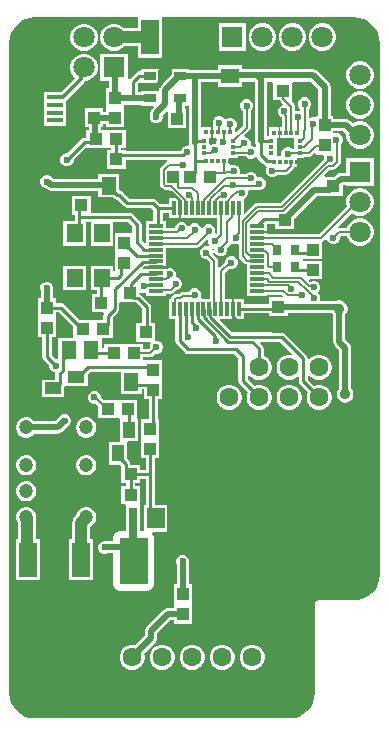
<source format=gtl>
G04*
G04 #@! TF.GenerationSoftware,Altium Limited,Altium Designer,22.9.1 (49)*
G04*
G04 Layer_Physical_Order=1*
G04 Layer_Color=255*
%FSLAX44Y44*%
%MOMM*%
G71*
G04*
G04 #@! TF.SameCoordinates,7A88E338-F056-4336-BEC6-008BA3D2BE7B*
G04*
G04*
G04 #@! TF.FilePolarity,Positive*
G04*
G01*
G75*
%ADD10C,0.2000*%
%ADD14C,0.1500*%
%ADD43C,0.7000*%
%ADD55R,1.3000X1.5000*%
%ADD56R,1.1000X1.0000*%
%ADD57R,1.0000X1.4000*%
%ADD58R,1.4000X1.0000*%
%ADD59R,1.0000X1.1000*%
%ADD60R,1.4000X1.6000*%
%ADD61R,0.3000X1.2000*%
%ADD62R,1.2000X0.3000*%
%ADD63R,0.3500X0.4500*%
%ADD64R,0.4500X0.3500*%
%ADD65R,0.8000X0.9000*%
%ADD66R,1.5000X3.0000*%
%ADD67R,1.5000X1.3000*%
%ADD68R,1.0500X1.1000*%
%ADD69R,1.1000X1.0500*%
%ADD70R,1.0000X0.7000*%
%ADD71R,1.5500X1.4250*%
%ADD72R,1.3800X0.4500*%
%ADD73R,1.3000X1.6500*%
%ADD74R,1.9000X1.8000*%
%ADD75R,1.9000X1.0000*%
%ADD76R,1.5000X1.8000*%
%ADD77R,0.7000X1.8000*%
%ADD78C,0.2540*%
%ADD79C,0.5000*%
%ADD80C,0.1540*%
%ADD81C,1.0000*%
%ADD82C,0.3500*%
%ADD83C,0.1510*%
%ADD84C,0.2500*%
%ADD85R,2.4000X4.0000*%
%ADD86C,1.8000*%
%ADD87R,1.8000X1.8000*%
%ADD88R,1.8000X1.8000*%
%ADD89C,1.2000*%
%ADD90C,1.6000*%
%ADD91R,1.6000X1.6000*%
%ADD92C,0.6000*%
%ADD93C,1.2700*%
%ADD94C,2.0000*%
%ADD95C,0.9000*%
G36*
X299280Y596517D02*
X303396Y595269D01*
X307188Y593241D01*
X310513Y590513D01*
X313241Y587188D01*
X315269Y583396D01*
X316517Y579280D01*
X316926Y575129D01*
X316900Y575000D01*
Y125000D01*
X316926Y124871D01*
X316517Y120720D01*
X315269Y116604D01*
X313241Y112812D01*
X310513Y109487D01*
X307188Y106759D01*
X303396Y104731D01*
X299280Y103483D01*
X295128Y103074D01*
X295000Y103100D01*
X265000D01*
X263814Y102864D01*
X262808Y102192D01*
X262136Y101186D01*
X261900Y100000D01*
Y25000D01*
X261926Y24872D01*
X261517Y20720D01*
X260269Y16604D01*
X258241Y12812D01*
X255513Y9487D01*
X252188Y6759D01*
X248396Y4731D01*
X244280Y3483D01*
X241245Y3184D01*
X240000Y3100D01*
X240000Y3100D01*
X238750Y3100D01*
X26259D01*
X25000Y3100D01*
X23765Y3183D01*
X20720Y3483D01*
X16604Y4731D01*
X12812Y6759D01*
X9487Y9487D01*
X6759Y12812D01*
X4731Y16604D01*
X3483Y20720D01*
X3184Y23754D01*
X3100Y25000D01*
X3100Y25000D01*
X3100Y26250D01*
Y573741D01*
X3100Y575000D01*
X3183Y576235D01*
X3483Y579280D01*
X4731Y583396D01*
X6759Y587188D01*
X9487Y590513D01*
X12812Y593241D01*
X16604Y595269D01*
X20720Y596517D01*
X23765Y596817D01*
X25000Y596900D01*
Y596900D01*
X25000Y596900D01*
X112460D01*
Y587455D01*
X100265D01*
X98786Y588934D01*
X96154Y590454D01*
X93219Y591240D01*
X90181D01*
X87246Y590454D01*
X84614Y588934D01*
X82466Y586786D01*
X80946Y584154D01*
X80160Y581219D01*
Y578181D01*
X80946Y575246D01*
X82466Y572614D01*
X84614Y570466D01*
X87246Y568946D01*
X90181Y568160D01*
X93219D01*
X96154Y568946D01*
X98786Y570466D01*
X100565Y572245D01*
X112460D01*
Y562460D01*
X132540D01*
Y596900D01*
X295000D01*
X295129Y596926D01*
X299280Y596517D01*
D02*
G37*
%LPC*%
G36*
X269619Y591540D02*
X266581D01*
X263646Y590754D01*
X261014Y589234D01*
X258866Y587086D01*
X257346Y584454D01*
X256560Y581519D01*
Y578481D01*
X257346Y575546D01*
X258866Y572914D01*
X261014Y570766D01*
X263646Y569247D01*
X266581Y568460D01*
X269619D01*
X272554Y569247D01*
X275186Y570766D01*
X277334Y572914D01*
X278853Y575546D01*
X279640Y578481D01*
Y581519D01*
X278853Y584454D01*
X277334Y587086D01*
X275186Y589234D01*
X272554Y590754D01*
X269619Y591540D01*
D02*
G37*
G36*
X244219D02*
X241181D01*
X238246Y590754D01*
X235614Y589234D01*
X233466Y587086D01*
X231946Y584454D01*
X231160Y581519D01*
Y578481D01*
X231946Y575546D01*
X233466Y572914D01*
X235614Y570766D01*
X238246Y569247D01*
X241181Y568460D01*
X244219D01*
X247154Y569247D01*
X249786Y570766D01*
X251934Y572914D01*
X253454Y575546D01*
X254240Y578481D01*
Y581519D01*
X253454Y584454D01*
X251934Y587086D01*
X249786Y589234D01*
X247154Y590754D01*
X244219Y591540D01*
D02*
G37*
G36*
X218819D02*
X215781D01*
X212846Y590754D01*
X210214Y589234D01*
X208066Y587086D01*
X206546Y584454D01*
X205760Y581519D01*
Y578481D01*
X206546Y575546D01*
X208066Y572914D01*
X210214Y570766D01*
X212846Y569247D01*
X215781Y568460D01*
X218819D01*
X221754Y569247D01*
X224386Y570766D01*
X226534Y572914D01*
X228053Y575546D01*
X228840Y578481D01*
Y581519D01*
X228053Y584454D01*
X226534Y587086D01*
X224386Y589234D01*
X221754Y590754D01*
X218819Y591540D01*
D02*
G37*
G36*
X203440D02*
X180360D01*
Y568460D01*
X203440D01*
Y591540D01*
D02*
G37*
G36*
X67819Y591240D02*
X64781D01*
X61846Y590454D01*
X59214Y588934D01*
X57066Y586786D01*
X55546Y584154D01*
X54760Y581219D01*
Y578181D01*
X55546Y575246D01*
X57066Y572614D01*
X59214Y570466D01*
X61846Y568946D01*
X64781Y568160D01*
X67819D01*
X70754Y568946D01*
X73386Y570466D01*
X75534Y572614D01*
X77053Y575246D01*
X77840Y578181D01*
Y581219D01*
X77053Y584154D01*
X75534Y586786D01*
X73386Y588934D01*
X70754Y590454D01*
X67819Y591240D01*
D02*
G37*
G36*
X301519Y559440D02*
X298481D01*
X295546Y558653D01*
X292914Y557134D01*
X290766Y554986D01*
X289247Y552354D01*
X288460Y549419D01*
Y546381D01*
X289247Y543446D01*
X290766Y540814D01*
X292914Y538666D01*
X295546Y537146D01*
X298481Y536360D01*
X301519D01*
X304454Y537146D01*
X307086Y538666D01*
X309234Y540814D01*
X310754Y543446D01*
X311540Y546381D01*
Y549419D01*
X310754Y552354D01*
X309234Y554986D01*
X307086Y557134D01*
X304454Y558653D01*
X301519Y559440D01*
D02*
G37*
G36*
X103240Y565840D02*
X80160D01*
Y542760D01*
X87361D01*
Y536540D01*
X84960D01*
Y520810D01*
X84960Y520460D01*
Y519540D01*
X84960Y519190D01*
Y516639D01*
X82790D01*
Y519540D01*
X67210D01*
Y503460D01*
X70611D01*
Y501540D01*
X68460D01*
Y494731D01*
X66846D01*
X65359Y494435D01*
X64099Y493593D01*
X52046Y481540D01*
X50898D01*
X48862Y480697D01*
X47303Y479138D01*
X46460Y477102D01*
Y474898D01*
X47303Y472862D01*
X48862Y471303D01*
X50898Y470460D01*
X53102D01*
X55138Y471303D01*
X56697Y472862D01*
X57540Y474898D01*
Y476046D01*
X67414Y485920D01*
X68460Y486460D01*
X84190D01*
X84540Y486460D01*
X85460D01*
X85810Y486460D01*
X89615D01*
Y484290D01*
X85460D01*
Y468710D01*
X101540D01*
Y476115D01*
X136255D01*
X136640Y474845D01*
X135932Y474372D01*
X131368Y469808D01*
X130641Y468720D01*
X130386Y467436D01*
Y455564D01*
X130641Y454280D01*
X131368Y453192D01*
X132692Y451868D01*
X133780Y451141D01*
X135064Y450886D01*
X138322D01*
X144495Y444713D01*
X144009Y443540D01*
X138460D01*
Y438885D01*
X130609D01*
X127353Y442141D01*
X126092Y442983D01*
X124606Y443279D01*
X104783D01*
X99045Y449017D01*
X97785Y449859D01*
X96299Y450155D01*
X96290D01*
Y464290D01*
X78210D01*
Y460139D01*
X40565D01*
X39570Y461134D01*
X38458Y461876D01*
X38138Y462197D01*
X36102Y463040D01*
X33898D01*
X31862Y462197D01*
X30303Y460638D01*
X29460Y458602D01*
Y456398D01*
X30303Y454362D01*
X31862Y452803D01*
X33898Y451960D01*
X34209D01*
X34802Y451367D01*
X36470Y450253D01*
X38436Y449861D01*
X78210D01*
Y444210D01*
X90796D01*
X91483Y443523D01*
X92743Y442681D01*
X94230Y442385D01*
X94689D01*
X100427Y436648D01*
X101687Y435806D01*
X103174Y435510D01*
X122997D01*
X125115Y433391D01*
Y424040D01*
X118960D01*
Y415960D01*
Y405693D01*
X117787Y405207D01*
X115135Y407859D01*
Y421250D01*
X114839Y422737D01*
X113997Y423997D01*
X107747Y430247D01*
X106487Y431089D01*
X105000Y431385D01*
X72040D01*
Y445290D01*
X55960D01*
Y429710D01*
X58615D01*
Y424540D01*
X48960D01*
Y403460D01*
X68040D01*
Y423615D01*
X71960D01*
Y403460D01*
X91040D01*
Y423615D01*
X103391D01*
X107365Y419641D01*
Y414040D01*
X92460D01*
Y398310D01*
X92460Y397960D01*
X92460D01*
Y397040D01*
X92460D01*
Y381883D01*
X91239Y380841D01*
X91040Y380883D01*
Y386540D01*
X71960D01*
Y365460D01*
X77115D01*
Y362790D01*
X72960D01*
Y347210D01*
X82611D01*
X83290Y345940D01*
X83141Y345716D01*
X82845Y344230D01*
Y340540D01*
X74810D01*
X74460Y340540D01*
X73540D01*
X73190Y340540D01*
X62954D01*
X49747Y353747D01*
X48487Y354589D01*
X47000Y354884D01*
X42540D01*
Y359040D01*
X40139D01*
Y365429D01*
X40540Y366398D01*
Y368602D01*
X39697Y370638D01*
X38138Y372197D01*
X36102Y373040D01*
X33898D01*
X31862Y372197D01*
X30303Y370638D01*
X29460Y368602D01*
Y366398D01*
X29861Y365429D01*
Y359040D01*
X27460D01*
Y343310D01*
X27460Y342960D01*
Y342040D01*
X27460Y341690D01*
Y325960D01*
X31115D01*
Y309269D01*
X31411Y307783D01*
X32253Y306522D01*
X36960Y301815D01*
Y300667D01*
X37803Y298631D01*
X39362Y297073D01*
X40982Y296402D01*
X41398Y296229D01*
X41891Y294959D01*
X41845Y294730D01*
Y290040D01*
X30460D01*
Y274960D01*
X49540D01*
Y283615D01*
X50460Y284460D01*
X69540D01*
Y294567D01*
X71675Y296702D01*
X97460D01*
Y277960D01*
X115540D01*
Y281845D01*
X117460D01*
Y273460D01*
X121115D01*
Y256540D01*
X114960D01*
Y240810D01*
X114960Y240460D01*
Y239540D01*
X114960Y239190D01*
Y223460D01*
X118616D01*
Y213884D01*
X114040D01*
Y217790D01*
X105655D01*
Y218730D01*
X105359Y220217D01*
X104517Y221477D01*
X102540Y223454D01*
Y236690D01*
X102540Y237040D01*
X103385Y237960D01*
X112040D01*
Y257040D01*
X112040D01*
X111540Y257460D01*
Y272540D01*
X95810D01*
X95460Y272540D01*
X94540D01*
X94190Y272540D01*
X83204D01*
X80580Y275164D01*
Y276102D01*
X79737Y278138D01*
X78178Y279697D01*
X76142Y280540D01*
X73938D01*
X71902Y279697D01*
X70343Y278138D01*
X69500Y276102D01*
Y273898D01*
X70343Y271862D01*
X71902Y270303D01*
X73938Y269460D01*
X76142D01*
X76604Y269652D01*
X78460Y267796D01*
Y257460D01*
X94190D01*
X94540Y257460D01*
X95460D01*
X95864Y257460D01*
X96960Y257040D01*
Y238310D01*
X96960Y237960D01*
X96115Y237040D01*
X87460D01*
Y217960D01*
X97046D01*
X97885Y217121D01*
Y213980D01*
X97960Y213604D01*
Y202210D01*
X102115D01*
Y200040D01*
X97960D01*
Y184960D01*
X101115D01*
X101960Y184040D01*
Y164845D01*
X101842Y164250D01*
Y161598D01*
X96375D01*
X94424Y161210D01*
X92770Y160105D01*
X91665Y158451D01*
X91277Y156500D01*
Y153139D01*
X86071D01*
X85102Y153540D01*
X82898D01*
X80862Y152697D01*
X79303Y151138D01*
X78460Y149102D01*
Y146898D01*
X79303Y144862D01*
X80862Y143303D01*
X82898Y142460D01*
X85102D01*
X86071Y142861D01*
X91277D01*
Y116500D01*
X91665Y114549D01*
X92770Y112895D01*
X94424Y111790D01*
X96375Y111402D01*
X120375D01*
X122326Y111790D01*
X123980Y112895D01*
X125085Y114549D01*
X125473Y116500D01*
Y156500D01*
X125085Y158451D01*
X124257Y159690D01*
X124812Y160960D01*
X137040D01*
Y184040D01*
X126385D01*
Y210000D01*
Y223460D01*
X130040D01*
Y239190D01*
X130040Y239540D01*
Y240460D01*
X130040Y240810D01*
Y256540D01*
X128885D01*
Y273460D01*
X132540D01*
Y289190D01*
X132540Y289540D01*
X132540D01*
Y290460D01*
X132540D01*
Y306540D01*
X117810D01*
X117460Y306540D01*
X116540Y307385D01*
Y309074D01*
X122429D01*
X123712Y309329D01*
X124801Y310057D01*
X126704Y311960D01*
X128602D01*
X130638Y312803D01*
X132197Y314362D01*
X133040Y316398D01*
Y318602D01*
X132197Y320638D01*
X130638Y322197D01*
X128602Y323040D01*
X126540D01*
Y337790D01*
X123405D01*
Y351480D01*
X123109Y352967D01*
X122267Y354227D01*
X114477Y362017D01*
X113292Y362809D01*
X113217Y363216D01*
X113217Y363412D01*
X113484Y363675D01*
X114489Y364151D01*
X116158Y363460D01*
X118362D01*
X118960Y363060D01*
Y360960D01*
X136040D01*
Y362646D01*
X140000D01*
X141284Y362901D01*
X142372Y363628D01*
X144204Y365460D01*
X145102D01*
X147138Y366303D01*
X148697Y367862D01*
X149540Y369898D01*
Y372102D01*
X148697Y374138D01*
X147138Y375697D01*
X145102Y376540D01*
X144408Y377579D01*
X144540Y377898D01*
Y380102D01*
X143697Y382138D01*
X142138Y383697D01*
X140102Y384540D01*
X137898D01*
X136289Y383874D01*
X136040Y384040D01*
Y384040D01*
X118960D01*
Y383655D01*
X116932D01*
X116446Y384828D01*
X117579Y385961D01*
X118960D01*
Y385960D01*
X136040D01*
Y390960D01*
Y401646D01*
X161871D01*
X163155Y401901D01*
X164243Y402628D01*
X170346Y408731D01*
X171311Y408186D01*
X171460Y408049D01*
Y405898D01*
X172276Y403928D01*
X172161Y403689D01*
X171490Y402879D01*
X171102Y403040D01*
X168898D01*
X166862Y402197D01*
X165303Y400638D01*
X164460Y398602D01*
Y396398D01*
X165303Y394362D01*
X166862Y392803D01*
X168898Y391960D01*
X170796D01*
X173396Y389360D01*
Y358540D01*
X165938D01*
X165089Y359810D01*
X165540Y360898D01*
Y363102D01*
X164697Y365138D01*
X163138Y366697D01*
X161102Y367540D01*
X158898D01*
X156862Y366697D01*
X155303Y365138D01*
X155036Y364493D01*
X150139D01*
X148855Y364238D01*
X147767Y363511D01*
X146610Y362354D01*
X144129D01*
X142845Y362099D01*
X141756Y361372D01*
X140878Y360493D01*
X140151Y359405D01*
X139979Y358540D01*
X138460D01*
Y341460D01*
X143615D01*
Y322500D01*
X143911Y321013D01*
X144753Y319753D01*
X151644Y312862D01*
X152904Y312020D01*
X154391Y311724D01*
X193770D01*
X197125Y308369D01*
Y291079D01*
X197062Y290758D01*
Y288654D01*
X197357Y287167D01*
X198199Y285907D01*
X204873Y279233D01*
X204778Y279068D01*
X204060Y276388D01*
Y273612D01*
X204778Y270932D01*
X206166Y268528D01*
X208128Y266566D01*
X210532Y265178D01*
X213212Y264460D01*
X215988D01*
X218668Y265178D01*
X221072Y266566D01*
X223034Y268528D01*
X224422Y270932D01*
X225140Y273612D01*
Y276388D01*
X224422Y279068D01*
X223034Y281472D01*
X221072Y283434D01*
X218668Y284822D01*
X215988Y285540D01*
X213212D01*
X210532Y284822D01*
X210367Y284727D01*
X204831Y290263D01*
Y290501D01*
X204895Y290822D01*
Y293677D01*
X206121Y294005D01*
X206166Y293928D01*
X208128Y291966D01*
X210532Y290578D01*
X213212Y289860D01*
X215988D01*
X218668Y290578D01*
X221072Y291966D01*
X223034Y293928D01*
X224422Y296332D01*
X225140Y299012D01*
Y301787D01*
X224422Y304468D01*
X223034Y306872D01*
X221072Y308834D01*
X218668Y310222D01*
X218485Y310271D01*
Y316400D01*
X218189Y317887D01*
X217347Y319147D01*
X215442Y321052D01*
X215928Y322225D01*
X232281D01*
X242568Y311938D01*
X241910Y310800D01*
X241388Y310940D01*
X238612D01*
X235932Y310222D01*
X233528Y308834D01*
X231566Y306872D01*
X230178Y304468D01*
X229460Y301787D01*
Y299012D01*
X230178Y296332D01*
X231566Y293928D01*
X233528Y291966D01*
X235932Y290578D01*
X238612Y289860D01*
X241388D01*
X244068Y290578D01*
X246472Y291966D01*
X246942Y292436D01*
X248115Y291950D01*
Y288400D01*
X248411Y286913D01*
X249253Y285653D01*
X255673Y279233D01*
X255578Y279068D01*
X254860Y276388D01*
Y273612D01*
X255578Y270932D01*
X256966Y268528D01*
X258928Y266566D01*
X261332Y265178D01*
X264012Y264460D01*
X266788D01*
X269468Y265178D01*
X271872Y266566D01*
X273834Y268528D01*
X275222Y270932D01*
X275940Y273612D01*
Y276388D01*
X275222Y279068D01*
X273834Y281472D01*
X271872Y283434D01*
X269468Y284822D01*
X266788Y285540D01*
X264012D01*
X261332Y284822D01*
X261167Y284727D01*
X255885Y290009D01*
Y293473D01*
X257155Y293739D01*
X258928Y291966D01*
X261332Y290578D01*
X264012Y289860D01*
X266788D01*
X269468Y290578D01*
X271872Y291966D01*
X273834Y293928D01*
X275222Y296332D01*
X275940Y299012D01*
Y301787D01*
X275222Y304468D01*
X273834Y306872D01*
X271872Y308834D01*
X269468Y310222D01*
X266788Y310940D01*
X264012D01*
X261332Y310222D01*
X258928Y308834D01*
X257155Y307060D01*
X255885Y307327D01*
Y308000D01*
X255589Y309487D01*
X254747Y310747D01*
X236637Y328857D01*
X235377Y329699D01*
X233890Y329995D01*
X191567D01*
X181275Y340287D01*
X181761Y341460D01*
X191540D01*
Y358540D01*
X185855D01*
Y361105D01*
X185953Y361598D01*
Y380209D01*
X189407Y383663D01*
X189898Y383460D01*
X192102D01*
X194138Y384303D01*
X195697Y385862D01*
X196540Y387898D01*
Y390102D01*
X195697Y392138D01*
X194138Y393697D01*
X192102Y394540D01*
X189898D01*
X187862Y393697D01*
X186303Y392138D01*
X185460Y390102D01*
Y389204D01*
X181375Y385118D01*
X180105Y385645D01*
Y390750D01*
X179849Y392034D01*
X179122Y393122D01*
X175540Y396704D01*
Y398602D01*
X174724Y400572D01*
X174801Y400730D01*
X175629Y401321D01*
X176752Y400727D01*
Y398763D01*
X177596Y396726D01*
X179154Y395168D01*
X181190Y394325D01*
X183395D01*
X185431Y395168D01*
X186989Y396726D01*
X187833Y398763D01*
Y400967D01*
X187539Y401676D01*
X189872Y404010D01*
X190456Y404884D01*
X191761Y405282D01*
X191927Y405264D01*
X193868Y404460D01*
X196072D01*
X196310Y404558D01*
X197366Y403853D01*
Y394280D01*
X197621Y392996D01*
X198348Y391908D01*
X201878Y388378D01*
X202966Y387651D01*
X203960Y387453D01*
Y380960D01*
Y370960D01*
Y360960D01*
X221040D01*
Y361641D01*
X233608D01*
X234536Y360713D01*
X234050Y359540D01*
X223210D01*
Y353885D01*
X201540D01*
Y358540D01*
X193460D01*
Y341460D01*
X201540D01*
Y346115D01*
X223210D01*
Y343460D01*
X238790D01*
Y346361D01*
X276456D01*
X276867Y345650D01*
X277361Y345155D01*
Y321959D01*
X277752Y319992D01*
X278866Y318325D01*
X282361Y314830D01*
Y282317D01*
X281867Y281823D01*
X280940Y280217D01*
X280460Y278427D01*
Y276573D01*
X280940Y274783D01*
X281867Y273177D01*
X283177Y271867D01*
X284783Y270940D01*
X286573Y270460D01*
X288427D01*
X290217Y270940D01*
X291823Y271867D01*
X293133Y273177D01*
X294060Y274783D01*
X294540Y276573D01*
Y278427D01*
X294060Y280217D01*
X293133Y281823D01*
X292639Y282317D01*
Y316959D01*
X292248Y318925D01*
X291134Y320592D01*
X287639Y324087D01*
Y345155D01*
X288133Y345650D01*
X289060Y347255D01*
X289540Y349046D01*
Y350900D01*
X289060Y352690D01*
X288133Y354295D01*
X286823Y355606D01*
X285217Y356533D01*
X283427Y357013D01*
X281573D01*
X280055Y356606D01*
X279890Y356639D01*
X266971D01*
X266265Y357695D01*
X266540Y358358D01*
Y360562D01*
X265697Y362598D01*
X264565Y363730D01*
X265697Y364862D01*
X266540Y366898D01*
Y369102D01*
X265697Y371138D01*
X264138Y372697D01*
X262102Y373540D01*
X259898D01*
X257998Y372753D01*
X256964Y373787D01*
X257450Y374960D01*
X268290D01*
Y390040D01*
X252210D01*
X251540Y391032D01*
Y391468D01*
X252061Y392240D01*
X252636Y392460D01*
X268290D01*
Y406905D01*
X269372Y407628D01*
X270787Y409043D01*
X272100Y408560D01*
X272803Y406862D01*
X274362Y405303D01*
X276398Y404460D01*
X278602D01*
X280638Y405303D01*
X282197Y406862D01*
X283040Y408898D01*
Y410796D01*
X283890Y411646D01*
X288951D01*
X289246Y410546D01*
X290765Y407914D01*
X292914Y405766D01*
X295546Y404246D01*
X298480Y403460D01*
X301519D01*
X304454Y404246D01*
X307085Y405766D01*
X309234Y407914D01*
X310753Y410546D01*
X311540Y413481D01*
Y416519D01*
X310753Y419454D01*
X309234Y422086D01*
X307085Y424234D01*
X304454Y425753D01*
X301519Y426540D01*
X298480D01*
X295546Y425753D01*
X292914Y424234D01*
X290765Y422086D01*
X289246Y419454D01*
X288952Y418354D01*
X282500D01*
X281744Y418204D01*
X281118Y419375D01*
X292912Y431168D01*
X292914Y431166D01*
X295546Y429646D01*
X298480Y428860D01*
X301519D01*
X304454Y429646D01*
X307085Y431166D01*
X309234Y433314D01*
X310753Y435946D01*
X311540Y438881D01*
Y441919D01*
X310753Y444854D01*
X309234Y447486D01*
X307085Y449634D01*
X304454Y451153D01*
X301519Y451940D01*
X298480D01*
X295546Y451153D01*
X292914Y449634D01*
X290765Y447486D01*
X289246Y444854D01*
X288460Y441919D01*
Y438881D01*
X289025Y436769D01*
X265610Y413354D01*
X221040D01*
Y414040D01*
X207105D01*
Y415960D01*
X221040D01*
Y422115D01*
X228460D01*
Y417210D01*
X244540D01*
Y426273D01*
X263629Y445361D01*
X274750D01*
X275246Y445460D01*
X285290D01*
Y454273D01*
X285879Y454861D01*
X288460D01*
Y454260D01*
X311540D01*
Y477340D01*
X288460D01*
Y465139D01*
X283750D01*
X281784Y464748D01*
X280116Y463634D01*
X278023Y461540D01*
X270714D01*
X270365Y461540D01*
X269839Y462810D01*
X274674Y467645D01*
X277132D01*
X278415Y467901D01*
X279504Y468628D01*
X283122Y472246D01*
X283849Y473335D01*
X284104Y474618D01*
Y489270D01*
X284697Y489862D01*
X285540Y491898D01*
Y494102D01*
X284697Y496138D01*
X283138Y497697D01*
X281102Y498540D01*
X278898D01*
X278596Y498415D01*
X277540Y499120D01*
Y500362D01*
X285954D01*
X288460Y497855D01*
Y495581D01*
X289247Y492646D01*
X290766Y490014D01*
X292914Y487866D01*
X295546Y486346D01*
X298481Y485560D01*
X301519D01*
X304454Y486346D01*
X307086Y487866D01*
X309234Y490014D01*
X310754Y492646D01*
X311540Y495581D01*
Y498619D01*
X310754Y501554D01*
X309234Y504186D01*
X307086Y506334D01*
X304454Y507854D01*
X301519Y508640D01*
X298481D01*
X295546Y507854D01*
X293929Y506920D01*
X291716Y509134D01*
X290049Y510248D01*
X288082Y510639D01*
X277540D01*
Y513540D01*
X275139D01*
Y538000D01*
X274748Y539967D01*
X273634Y541634D01*
X264134Y551134D01*
X262467Y552248D01*
X260500Y552639D01*
X200040D01*
Y556040D01*
X179960D01*
Y552139D01*
X171500D01*
X171500Y552139D01*
X155540D01*
Y553040D01*
X140460D01*
Y548227D01*
X131366Y539133D01*
X130252Y537466D01*
X129861Y535500D01*
Y535177D01*
X129540Y534040D01*
X114460D01*
Y533139D01*
X111885D01*
Y540391D01*
X113287Y541793D01*
X114460Y541307D01*
Y540960D01*
X129540D01*
Y553040D01*
X114460D01*
Y550885D01*
X113000D01*
X111513Y550589D01*
X110253Y549747D01*
X105253Y544747D01*
X105187Y544648D01*
X103488Y544391D01*
X103240Y544593D01*
Y565840D01*
D02*
G37*
G36*
X301519Y534040D02*
X298481D01*
X295546Y533254D01*
X292914Y531734D01*
X290766Y529586D01*
X289247Y526954D01*
X288460Y524019D01*
Y520981D01*
X289247Y518046D01*
X290766Y515414D01*
X292914Y513266D01*
X295546Y511746D01*
X298481Y510960D01*
X301519D01*
X304454Y511746D01*
X307086Y513266D01*
X309234Y515414D01*
X310754Y518046D01*
X311540Y520981D01*
Y524019D01*
X310754Y526954D01*
X309234Y529586D01*
X307086Y531734D01*
X304454Y533254D01*
X301519Y534040D01*
D02*
G37*
G36*
X67819Y565840D02*
X64781D01*
X61846Y565054D01*
X59214Y563534D01*
X57066Y561386D01*
X55546Y558754D01*
X54760Y555819D01*
Y552781D01*
X55546Y549846D01*
X57066Y547214D01*
X58727Y545553D01*
X47049Y533874D01*
X46750D01*
X46327Y533790D01*
X32160D01*
Y524210D01*
Y517710D01*
Y511210D01*
Y504710D01*
X51040D01*
Y511210D01*
Y517710D01*
Y525797D01*
X51953Y526407D01*
X66618Y541072D01*
X67566Y542491D01*
X67620Y542760D01*
X67819D01*
X70754Y543546D01*
X73386Y545066D01*
X75534Y547214D01*
X77053Y549846D01*
X77840Y552781D01*
Y555819D01*
X77053Y558754D01*
X75534Y561386D01*
X73386Y563534D01*
X70754Y565054D01*
X67819Y565840D01*
D02*
G37*
G36*
X68040Y386540D02*
X48960D01*
Y365460D01*
X68040D01*
Y386540D01*
D02*
G37*
G36*
X241388Y285540D02*
X238612D01*
X235932Y284822D01*
X233528Y283434D01*
X231566Y281472D01*
X230178Y279068D01*
X229460Y276388D01*
Y273612D01*
X230178Y270932D01*
X231566Y268528D01*
X233528Y266566D01*
X235932Y265178D01*
X238612Y264460D01*
X241388D01*
X244068Y265178D01*
X246472Y266566D01*
X248434Y268528D01*
X249822Y270932D01*
X250540Y273612D01*
Y276388D01*
X249822Y279068D01*
X248434Y281472D01*
X246472Y283434D01*
X244068Y284822D01*
X241388Y285540D01*
D02*
G37*
G36*
X190588D02*
X187812D01*
X185132Y284822D01*
X182728Y283434D01*
X180766Y281472D01*
X179378Y279068D01*
X178660Y276388D01*
Y273612D01*
X179378Y270932D01*
X180766Y268528D01*
X182728Y266566D01*
X185132Y265178D01*
X187812Y264460D01*
X190588D01*
X193268Y265178D01*
X195672Y266566D01*
X197634Y268528D01*
X199022Y270932D01*
X199740Y273612D01*
Y276388D01*
X199022Y279068D01*
X197634Y281472D01*
X195672Y283434D01*
X193268Y284822D01*
X190588Y285540D01*
D02*
G37*
G36*
X51102Y260540D02*
X48898D01*
X46862Y259697D01*
X45303Y258138D01*
X45093Y257631D01*
X42101Y254639D01*
X24394D01*
X24334Y254744D01*
X22744Y256334D01*
X20796Y257458D01*
X18624Y258040D01*
X16376D01*
X14204Y257458D01*
X12256Y256334D01*
X10666Y254744D01*
X9542Y252796D01*
X8960Y250624D01*
Y248376D01*
X9542Y246204D01*
X10666Y244256D01*
X12256Y242666D01*
X14204Y241542D01*
X16376Y240960D01*
X18624D01*
X20796Y241542D01*
X22744Y242666D01*
X24334Y244256D01*
X24394Y244361D01*
X44229D01*
X46196Y244752D01*
X47863Y245866D01*
X51707Y249711D01*
X53138Y250303D01*
X54697Y251862D01*
X55540Y253898D01*
Y256102D01*
X54697Y258138D01*
X53138Y259697D01*
X51102Y260540D01*
D02*
G37*
G36*
X69424Y258040D02*
X67176D01*
X65004Y257458D01*
X63056Y256334D01*
X61466Y254744D01*
X60342Y252796D01*
X59760Y250624D01*
Y248376D01*
X60342Y246204D01*
X61466Y244256D01*
X63056Y242666D01*
X65004Y241542D01*
X67176Y240960D01*
X69424D01*
X71596Y241542D01*
X73544Y242666D01*
X75134Y244256D01*
X76258Y246204D01*
X76840Y248376D01*
Y250624D01*
X76258Y252796D01*
X75134Y254744D01*
X73544Y256334D01*
X71596Y257458D01*
X69424Y258040D01*
D02*
G37*
G36*
Y226040D02*
X67176D01*
X65004Y225458D01*
X63056Y224334D01*
X61466Y222744D01*
X60342Y220796D01*
X59760Y218624D01*
Y216376D01*
X60342Y214204D01*
X61466Y212256D01*
X63056Y210666D01*
X65004Y209542D01*
X67176Y208960D01*
X69424D01*
X71596Y209542D01*
X73544Y210666D01*
X75134Y212256D01*
X76258Y214204D01*
X76840Y216376D01*
Y218624D01*
X76258Y220796D01*
X75134Y222744D01*
X73544Y224334D01*
X71596Y225458D01*
X69424Y226040D01*
D02*
G37*
G36*
X18624D02*
X16376D01*
X14204Y225458D01*
X12256Y224334D01*
X10666Y222744D01*
X9542Y220796D01*
X8960Y218624D01*
Y216376D01*
X9542Y214204D01*
X10666Y212256D01*
X12256Y210666D01*
X14204Y209542D01*
X16376Y208960D01*
X18624D01*
X20796Y209542D01*
X22744Y210666D01*
X24334Y212256D01*
X25458Y214204D01*
X26040Y216376D01*
Y218624D01*
X25458Y220796D01*
X24334Y222744D01*
X22744Y224334D01*
X20796Y225458D01*
X18624Y226040D01*
D02*
G37*
G36*
Y204040D02*
X16376D01*
X14204Y203458D01*
X12256Y202334D01*
X10666Y200744D01*
X9542Y198796D01*
X8960Y196624D01*
Y194376D01*
X9542Y192204D01*
X10666Y190256D01*
X12256Y188666D01*
X14204Y187542D01*
X16376Y186960D01*
X18624D01*
X20796Y187542D01*
X22744Y188666D01*
X24334Y190256D01*
X25458Y192204D01*
X26040Y194376D01*
Y196624D01*
X25458Y198796D01*
X24334Y200744D01*
X22744Y202334D01*
X20796Y203458D01*
X18624Y204040D01*
D02*
G37*
G36*
X69424Y182040D02*
X67176D01*
X65004Y181458D01*
X63056Y180334D01*
X61466Y178744D01*
X60342Y176796D01*
X59961Y175375D01*
X58623Y174037D01*
X57414Y172461D01*
X56654Y170627D01*
X56395Y168659D01*
Y155040D01*
X53960D01*
Y119960D01*
X74040D01*
Y155040D01*
X71605D01*
Y165509D01*
X71696Y165599D01*
X73544Y166666D01*
X75134Y168256D01*
X76258Y170204D01*
X76840Y172376D01*
Y174624D01*
X76258Y176796D01*
X75134Y178744D01*
X73544Y180334D01*
X71596Y181458D01*
X69424Y182040D01*
D02*
G37*
G36*
X18624D02*
X16376D01*
X14204Y181458D01*
X12256Y180334D01*
X10666Y178744D01*
X9542Y176796D01*
X8960Y174624D01*
Y172376D01*
X9542Y170204D01*
X10278Y168930D01*
Y155040D01*
X8960D01*
Y119960D01*
X29040D01*
Y155040D01*
X25488D01*
Y170315D01*
X26040Y172376D01*
Y174624D01*
X25458Y176796D01*
X24334Y178744D01*
X22744Y180334D01*
X20796Y181458D01*
X18624Y182040D01*
D02*
G37*
G36*
X151102Y141540D02*
X148898D01*
X146862Y140697D01*
X145303Y139138D01*
X144460Y137102D01*
Y134898D01*
X144861Y133929D01*
Y116540D01*
X142460D01*
Y100810D01*
X142460Y100460D01*
Y99540D01*
X142460Y99190D01*
Y96638D01*
X137500D01*
X135534Y96247D01*
X133867Y95133D01*
X119719Y80986D01*
X118605Y79319D01*
X118214Y77352D01*
Y73381D01*
X109974Y65142D01*
X108488Y65540D01*
X105712D01*
X103032Y64822D01*
X100628Y63434D01*
X98666Y61472D01*
X97278Y59068D01*
X96560Y56388D01*
Y53612D01*
X97278Y50932D01*
X98666Y48528D01*
X100628Y46566D01*
X103032Y45178D01*
X105712Y44460D01*
X108488D01*
X111168Y45178D01*
X113572Y46566D01*
X115534Y48528D01*
X116922Y50932D01*
X117640Y53612D01*
Y56388D01*
X117242Y57874D01*
X126986Y67619D01*
X128100Y69286D01*
X128491Y71252D01*
Y75224D01*
X139629Y86361D01*
X142460D01*
Y83460D01*
X157540D01*
Y99190D01*
X157540Y99540D01*
Y100460D01*
X157540Y100810D01*
Y116540D01*
X155139D01*
Y133929D01*
X155540Y134898D01*
Y137102D01*
X154697Y139138D01*
X153138Y140697D01*
X151102Y141540D01*
D02*
G37*
G36*
X210088Y65540D02*
X207312D01*
X204632Y64822D01*
X202228Y63434D01*
X200266Y61472D01*
X198878Y59068D01*
X198160Y56388D01*
Y53612D01*
X198878Y50932D01*
X200266Y48528D01*
X202228Y46566D01*
X204632Y45178D01*
X207312Y44460D01*
X210088D01*
X212768Y45178D01*
X215172Y46566D01*
X217134Y48528D01*
X218522Y50932D01*
X219240Y53612D01*
Y56388D01*
X218522Y59068D01*
X217134Y61472D01*
X215172Y63434D01*
X212768Y64822D01*
X210088Y65540D01*
D02*
G37*
G36*
X184688D02*
X181912D01*
X179232Y64822D01*
X176828Y63434D01*
X174866Y61472D01*
X173478Y59068D01*
X172760Y56388D01*
Y53612D01*
X173478Y50932D01*
X174866Y48528D01*
X176828Y46566D01*
X179232Y45178D01*
X181912Y44460D01*
X184688D01*
X187368Y45178D01*
X189772Y46566D01*
X191734Y48528D01*
X193122Y50932D01*
X193840Y53612D01*
Y56388D01*
X193122Y59068D01*
X191734Y61472D01*
X189772Y63434D01*
X187368Y64822D01*
X184688Y65540D01*
D02*
G37*
G36*
X159288D02*
X156512D01*
X153832Y64822D01*
X151428Y63434D01*
X149466Y61472D01*
X148078Y59068D01*
X147360Y56388D01*
Y53612D01*
X148078Y50932D01*
X149466Y48528D01*
X151428Y46566D01*
X153832Y45178D01*
X156512Y44460D01*
X159288D01*
X161968Y45178D01*
X164372Y46566D01*
X166334Y48528D01*
X167722Y50932D01*
X168440Y53612D01*
Y56388D01*
X167722Y59068D01*
X166334Y61472D01*
X164372Y63434D01*
X161968Y64822D01*
X159288Y65540D01*
D02*
G37*
G36*
X133888D02*
X131112D01*
X128432Y64822D01*
X126028Y63434D01*
X124066Y61472D01*
X122678Y59068D01*
X121960Y56388D01*
Y53612D01*
X122678Y50932D01*
X124066Y48528D01*
X126028Y46566D01*
X128432Y45178D01*
X131112Y44460D01*
X133888D01*
X136568Y45178D01*
X138972Y46566D01*
X140934Y48528D01*
X142322Y50932D01*
X143040Y53612D01*
Y56388D01*
X142322Y59068D01*
X140934Y61472D01*
X138972Y63434D01*
X136568Y64822D01*
X133888Y65540D01*
D02*
G37*
%LPD*%
G36*
X210861Y492000D02*
X211252Y490033D01*
X212115Y488742D01*
Y487379D01*
X210942Y486893D01*
X210638Y487197D01*
X208602Y488040D01*
X208113D01*
X207540Y488898D01*
Y491102D01*
X206697Y493138D01*
X205138Y494697D01*
X203102Y495540D01*
X202693D01*
X202207Y496713D01*
X206372Y500878D01*
X207099Y501967D01*
X207354Y503250D01*
Y517480D01*
X208697Y518822D01*
X209540Y520858D01*
Y523062D01*
X208697Y525098D01*
X207138Y526657D01*
X205102Y527500D01*
X202898D01*
X200862Y526657D01*
X199303Y525098D01*
X198460Y523062D01*
Y520858D01*
X199303Y518822D01*
X200646Y517480D01*
Y504640D01*
X195463Y499457D01*
X194290Y499943D01*
Y502615D01*
X194697Y503022D01*
X195540Y505058D01*
Y507262D01*
X194697Y509298D01*
X193138Y510857D01*
X191102Y511700D01*
X188898D01*
X186862Y510857D01*
X186445Y510440D01*
X185446Y510638D01*
X183888Y512197D01*
X181852Y513040D01*
X179648D01*
X177612Y512197D01*
X176053Y510638D01*
X175210Y508602D01*
Y506398D01*
X175668Y505293D01*
X175710Y504040D01*
X175710Y504040D01*
X175710Y504040D01*
Y494460D01*
X178155D01*
X179004Y493190D01*
X178526Y492036D01*
Y490713D01*
X178176Y489745D01*
X177353Y489540D01*
X175898D01*
X173862Y488697D01*
X173810Y488645D01*
X172540Y489171D01*
Y494460D01*
X174290D01*
Y504040D01*
X165710D01*
X165139Y505073D01*
Y541861D01*
X171500D01*
X171500Y541861D01*
X179960D01*
Y537960D01*
X200040D01*
Y542361D01*
X210861D01*
Y492000D01*
D02*
G37*
G36*
X264861Y535872D02*
Y513540D01*
X262460D01*
Y512660D01*
X261404Y511954D01*
X260950Y512142D01*
X258746D01*
X257861Y511776D01*
X256591Y512625D01*
Y518935D01*
X257934Y520277D01*
X258777Y522313D01*
Y524517D01*
X257934Y526553D01*
X256375Y528111D01*
X254339Y528955D01*
X252135D01*
X250099Y528111D01*
X248540Y526553D01*
X247697Y524517D01*
Y522313D01*
X248540Y520277D01*
X249541Y519276D01*
X249481Y518447D01*
X248589Y517540D01*
X246385D01*
X246160Y517447D01*
X245105Y518153D01*
Y521139D01*
X244849Y522423D01*
X244122Y523511D01*
X242140Y525494D01*
X242540Y526460D01*
X242540D01*
Y541540D01*
X243470Y542361D01*
X258372D01*
X264861Y535872D01*
D02*
G37*
G36*
X114460Y521960D02*
X125034D01*
X125520Y520787D01*
X124058Y519325D01*
X122944Y517658D01*
X122553Y515691D01*
Y515033D01*
X121960Y513602D01*
Y511398D01*
X122803Y509362D01*
X124362Y507803D01*
X126398Y506960D01*
X128602D01*
X130638Y507803D01*
X132197Y509362D01*
X133040Y511398D01*
Y513602D01*
X132990Y513723D01*
X136037Y516769D01*
X137210Y516283D01*
Y502960D01*
X152790D01*
Y519040D01*
X151639D01*
Y521960D01*
X154861D01*
Y494000D01*
Y490000D01*
X155014Y489235D01*
X153956Y488040D01*
X152628D01*
X150592Y487197D01*
X149033Y485638D01*
X148307Y483885D01*
X101540D01*
Y484290D01*
X97385D01*
Y486460D01*
X101540D01*
Y501540D01*
X85810D01*
X85460Y501540D01*
X84540D01*
X84190Y501540D01*
X80889D01*
Y503460D01*
X82790D01*
Y506362D01*
X84960D01*
Y503460D01*
X100040D01*
Y519190D01*
X100040Y519540D01*
Y520460D01*
X100040Y520810D01*
Y522861D01*
X114460D01*
Y521960D01*
D02*
G37*
G36*
X226460Y541540D02*
Y526460D01*
X232139D01*
X232162Y526345D01*
X232889Y525257D01*
X234432Y523713D01*
X234128Y522221D01*
X232862Y521697D01*
X231303Y520138D01*
X230460Y518102D01*
Y515898D01*
X231303Y513862D01*
X232862Y512303D01*
X233646Y511979D01*
Y503790D01*
X232710D01*
Y494210D01*
X244460D01*
Y484934D01*
X243190Y484888D01*
X242128Y485950D01*
X240092Y486794D01*
X237888D01*
X235852Y485950D01*
X234294Y484392D01*
X233450Y482356D01*
Y480152D01*
X232874Y479290D01*
X229540D01*
Y494210D01*
X231290D01*
Y503790D01*
X222710D01*
Y496040D01*
X221139D01*
Y542361D01*
X225530D01*
X226460Y541540D01*
D02*
G37*
G36*
X262460Y481065D02*
Y480460D01*
X269062D01*
X269911Y479190D01*
X269460Y478102D01*
Y476204D01*
X232610Y439354D01*
X212826D01*
X211543Y439099D01*
X210454Y438372D01*
X202713Y430631D01*
X201540Y431117D01*
Y442892D01*
X203138Y443553D01*
X204697Y445112D01*
X205540Y447148D01*
Y449352D01*
X205442Y449590D01*
X206147Y450646D01*
X211796D01*
X212580Y450802D01*
X213763Y450312D01*
X215967D01*
X218003Y451155D01*
X219562Y452714D01*
X220405Y454750D01*
Y456954D01*
X219562Y458990D01*
X218003Y460548D01*
X215967Y461392D01*
X213763D01*
X213473Y461272D01*
X213163Y461479D01*
X212319Y463516D01*
X210761Y465074D01*
X208725Y465917D01*
X206521D01*
X204485Y465074D01*
X203515Y464104D01*
X199147D01*
X198442Y465160D01*
X198540Y465398D01*
Y467602D01*
X197697Y469638D01*
X196138Y471197D01*
X194102Y472040D01*
X191898D01*
X190560Y471486D01*
X189290Y472284D01*
Y477710D01*
X197040D01*
Y478896D01*
X203270D01*
X204362Y477803D01*
X206398Y476960D01*
X208602D01*
X210638Y477803D01*
X211155Y478320D01*
X211421Y478361D01*
X212705Y478074D01*
X213253Y477253D01*
X218273Y472233D01*
X219533Y471391D01*
X220568Y471185D01*
X221092Y469914D01*
X221027Y469848D01*
X220183Y467812D01*
Y465608D01*
X221027Y463572D01*
X222585Y462014D01*
X224621Y461170D01*
X226825D01*
X228862Y462014D01*
X230354Y463507D01*
X237250D01*
X238534Y463762D01*
X239622Y464489D01*
X243872Y468739D01*
X244521Y469710D01*
X246290D01*
Y477460D01*
X254040D01*
Y478396D01*
X256742D01*
X258025Y478651D01*
X259114Y479378D01*
X261287Y481551D01*
X262460Y481065D01*
D02*
G37*
G36*
X148395Y440517D02*
Y435750D01*
X148460Y435425D01*
Y426460D01*
X179146D01*
Y414399D01*
X178202Y413609D01*
X177540Y414898D01*
Y417102D01*
X176697Y419138D01*
X175138Y420697D01*
X173102Y421540D01*
X170898D01*
X168862Y420697D01*
X167303Y419138D01*
X166810Y417947D01*
X165709Y418081D01*
X165520Y418151D01*
X164697Y420138D01*
X163138Y421697D01*
X161102Y422540D01*
X158898D01*
X156862Y421697D01*
X155432Y420267D01*
X154668Y420247D01*
X154020Y420358D01*
X153697Y421138D01*
X152138Y422697D01*
X150102Y423540D01*
X147898D01*
X145862Y422697D01*
X144303Y421138D01*
X143460Y419102D01*
Y418422D01*
X143393Y418355D01*
X136040D01*
Y424040D01*
X132885D01*
Y431115D01*
X138460D01*
Y426460D01*
X146540D01*
Y440379D01*
X147810Y440976D01*
X148395Y440517D01*
D02*
G37*
G36*
X108980Y355386D02*
X110121D01*
X115635Y349871D01*
Y337790D01*
X110460D01*
Y322210D01*
X122579D01*
X123105Y320940D01*
X122803Y320638D01*
X121960Y318602D01*
Y316704D01*
X121039Y315783D01*
X116540D01*
Y320040D01*
X100810D01*
X100460Y320040D01*
X99540D01*
X99190Y320040D01*
X83460D01*
Y316385D01*
X81540D01*
X81540Y325040D01*
X82636Y325460D01*
X90540D01*
Y336356D01*
X90614Y336730D01*
Y342621D01*
X95247Y347253D01*
X96089Y348513D01*
X96385Y350000D01*
Y354532D01*
X97210Y355460D01*
X108605D01*
X108980Y355386D01*
D02*
G37*
G36*
X57460Y335047D02*
X57460Y325460D01*
X56364Y325040D01*
X44460D01*
Y307882D01*
X43602Y307309D01*
X42454D01*
X38884Y310878D01*
Y325960D01*
X42540D01*
Y341690D01*
X42540Y342040D01*
Y342960D01*
X42540Y343310D01*
Y347115D01*
X45391D01*
X57460Y335047D01*
D02*
G37*
G36*
X118616Y184040D02*
X116960D01*
Y161598D01*
X114158D01*
Y164250D01*
X114040Y164845D01*
Y183690D01*
X114040Y184040D01*
X114040D01*
Y184960D01*
X114040D01*
Y200040D01*
X109885D01*
Y202210D01*
X114040D01*
Y206115D01*
X118616D01*
Y184040D01*
D02*
G37*
D10*
X173918Y482000D02*
X175918Y484000D01*
X177000D01*
X167750Y482000D02*
X173918D01*
D14*
X187000Y465717D02*
X192217D01*
X186750Y460750D02*
X207250D01*
X168091Y442091D02*
X186750Y460750D01*
X186033Y464750D02*
X187000Y465717D01*
X192217D02*
X193000Y466500D01*
X207250Y460750D02*
X208000Y460000D01*
X191477Y454163D02*
X191639Y454000D01*
X211796D01*
X184645Y454163D02*
X191477D01*
X173250Y442768D02*
X184645Y454163D01*
X168091Y435591D02*
Y442091D01*
X155417Y446115D02*
X157500Y444032D01*
X155417Y446115D02*
Y446667D01*
X185000Y465783D02*
Y474750D01*
Y465783D02*
X186033Y464750D01*
X176500D02*
X186033D01*
X173000Y461250D02*
X176500Y464750D01*
X135064Y454240D02*
X139064D01*
X138304Y472000D02*
X150000D01*
X133740Y467436D02*
X138304Y472000D01*
X133740Y455564D02*
Y467436D01*
Y455564D02*
X135064Y454240D01*
X167500Y435000D02*
X168091Y435591D01*
X173250Y435750D02*
Y442768D01*
X211796Y454000D02*
X213647Y455852D01*
X178250Y441701D02*
X181881Y445332D01*
X183946D02*
X184807Y446193D01*
X181881Y445332D02*
X183946D01*
X188250Y441505D02*
X192052Y445306D01*
Y445307D01*
X188250Y435750D02*
Y441505D01*
X187500Y435000D02*
X188250Y435750D01*
X139199Y454105D02*
X139847D01*
X151750Y435750D02*
X152500Y435000D01*
X139847Y454105D02*
X151750Y442202D01*
Y435750D02*
Y442202D01*
X157500Y435000D02*
Y444032D01*
X139064Y454240D02*
X139199Y454105D01*
X178250Y435750D02*
Y441701D01*
X177500Y435000D02*
X178250Y435750D01*
X172500Y435000D02*
X173250Y435750D01*
X258987Y493598D02*
Y505741D01*
X259848Y506602D01*
X170000Y397500D02*
X176750Y390750D01*
Y355250D02*
Y390750D01*
X200720Y394280D02*
Y408894D01*
X204250Y390750D02*
X211750D01*
X200720Y394280D02*
X204250Y390750D01*
X203750Y398035D02*
Y407639D01*
Y398035D02*
X206035Y395750D01*
X211750D02*
X212500Y395000D01*
X206035Y395750D02*
X211750D01*
X192052Y445307D02*
X195854Y449109D01*
X235255Y432970D02*
X273285Y471000D01*
X234000Y436000D02*
X275000Y477000D01*
X212826Y436000D02*
X234000D01*
X273285Y471000D02*
X277132D01*
X214081Y432970D02*
X235255D01*
X200720Y423894D02*
X212826Y436000D01*
X203750Y422639D02*
X214081Y432970D01*
X277132Y471000D02*
X280750Y474618D01*
X252639Y487250D02*
X258987Y493598D01*
X241737Y514382D02*
X241750Y514395D01*
X242000Y499000D02*
Y507309D01*
X241737Y507572D02*
Y514382D01*
Y507572D02*
X242000Y507309D01*
X241750Y514395D02*
Y521139D01*
X247487Y512000D02*
X247500Y511987D01*
X253237Y501237D02*
Y523415D01*
X252250Y500250D02*
X253237Y501237D01*
X247500Y499500D02*
Y511987D01*
X235261Y527629D02*
X241750Y521139D01*
X247000Y499000D02*
X247500Y499500D01*
X236000Y517000D02*
X236861Y516139D01*
Y514011D02*
Y516139D01*
Y514011D02*
X237000Y513871D01*
X252250Y494250D02*
Y500250D01*
X237000Y499000D02*
Y513871D01*
X249750Y491750D02*
X252250Y494250D01*
X297400Y440400D02*
X300000D01*
X267000Y410000D02*
X297400Y440400D01*
X212500Y410000D02*
X267000D01*
X277500Y410000D02*
X282500Y415000D01*
X238990Y481254D02*
X239238Y481502D01*
X249002D01*
X249250Y481750D01*
X247000Y475000D02*
X248000Y476000D01*
X251967D02*
X254687Y478720D01*
X247000Y474500D02*
Y475000D01*
X248000Y476000D02*
X251967D01*
X213647Y455852D02*
X214865D01*
X280750Y474618D02*
Y492250D01*
X280000Y493000D02*
X280750Y492250D01*
X249250Y481750D02*
X256742D01*
X269500Y488000D02*
X270000Y488500D01*
X262992Y488000D02*
X269500D01*
X256742Y481750D02*
X262992Y488000D01*
X127500Y365000D02*
X128250Y365750D01*
X133379D01*
X140000Y366000D02*
X144000Y370000D01*
X133379Y365750D02*
X133629Y366000D01*
X140000D01*
X150139Y361139D02*
X159139D01*
X148000Y359000D02*
X150139Y361139D01*
X159139D02*
X160000Y362000D01*
X144129Y359000D02*
X148000D01*
X143250Y358121D02*
X144129Y359000D01*
X143250Y350750D02*
Y358121D01*
X144000Y370000D02*
Y371000D01*
X136000Y375000D02*
X138139Y377139D01*
Y380139D02*
X139000Y381000D01*
X138139Y377139D02*
Y380139D01*
X190000Y499250D02*
Y506160D01*
Y499250D02*
X190000Y499250D01*
X190000Y506160D02*
X190000Y506160D01*
X225874Y466861D02*
X237250D01*
X225723Y466710D02*
X225874Y466861D01*
X241500Y474000D02*
X242000Y474500D01*
X241500Y471111D02*
Y474000D01*
X237250Y466861D02*
X241500Y471111D01*
X180375Y507125D02*
X180750Y507500D01*
X180000Y499250D02*
X180375Y499625D01*
Y507125D01*
X184533Y498783D02*
X185000Y499250D01*
X184066Y490934D02*
X184533Y491401D01*
Y498783D01*
X212500Y405000D02*
X225500D01*
X230000Y400500D01*
Y400000D02*
Y400500D01*
X219639Y399250D02*
X222500Y396389D01*
X212500Y400000D02*
X213250Y399250D01*
X219639D01*
X222500Y385879D02*
Y396389D01*
Y385879D02*
X223379Y385000D01*
X182598Y361598D02*
Y381598D01*
X190000Y389000D02*
X191000D01*
X182598Y381598D02*
X190000Y389000D01*
X182500Y361500D02*
X182598Y361598D01*
X182500Y350000D02*
Y361500D01*
X184937Y403726D02*
Y403818D01*
X182292Y401082D02*
X184937Y403726D01*
Y403818D02*
X187500Y406382D01*
Y423611D01*
X182500Y412500D02*
Y435000D01*
X177000Y407000D02*
X182500Y412500D01*
X182292Y399865D02*
Y401082D01*
X172000Y415129D02*
Y416000D01*
X161871Y405000D02*
X172000Y415129D01*
X127500Y405000D02*
X161871D01*
X153928Y410000D02*
X160000Y416072D01*
Y417000D01*
X127500Y410000D02*
X153928D01*
X147782Y418000D02*
X149000D01*
X144782Y415000D02*
X147782Y418000D01*
X127500Y415000D02*
X144782D01*
X282500Y415000D02*
X300000D01*
X192500Y482250D02*
X207250D01*
X207500Y482500D01*
X192250Y482000D02*
X192500Y482250D01*
X223379Y385000D02*
X230000D01*
X200720Y408894D02*
Y414911D01*
X200720Y414911D02*
X200720Y414911D01*
X203750Y416167D02*
X203750Y416166D01*
Y407639D02*
Y416166D01*
X200720Y408894D02*
X200720Y408894D01*
X203750Y416167D02*
Y422639D01*
Y407639D02*
X203750Y407639D01*
X194970Y410000D02*
Y411218D01*
X197500Y413747D02*
Y435000D01*
X194970Y411218D02*
X197500Y413747D01*
X200720Y414911D02*
Y423894D01*
X197500Y435000D02*
X197500Y435000D01*
X191750Y428872D02*
Y434250D01*
X191750Y428871D02*
X191750Y428872D01*
X191750Y427861D02*
Y428871D01*
X187500Y423611D02*
X191750Y427861D01*
X191750Y434250D02*
X192500Y435000D01*
X176750Y355250D02*
X177500Y354500D01*
Y350000D02*
Y354500D01*
X75040Y275000D02*
X76000D01*
X86000Y265000D01*
X235261Y527629D02*
Y533239D01*
X234500Y534000D02*
X235261Y533239D01*
X204000Y503250D02*
Y521960D01*
X86000Y265000D02*
X86500D01*
X108572Y312428D02*
X122429D01*
X127500Y317500D01*
X108500Y312500D02*
X108572Y312428D01*
X249250Y491750D02*
X249750D01*
X237000Y499000D02*
X237000Y499000D01*
X192750Y492000D02*
X204000Y503250D01*
X192250Y492000D02*
X192750D01*
X249750Y487250D02*
X252639D01*
X249250Y486750D02*
X249750Y487250D01*
X127500Y375000D02*
X136000D01*
X142500Y350000D02*
X143250Y350750D01*
X211750Y390750D02*
X212500Y390000D01*
D43*
X108000Y156500D02*
Y164250D01*
D55*
X106250Y454250D02*
D03*
X87250D02*
D03*
X87500Y288000D02*
D03*
X106500D02*
D03*
X72500Y315000D02*
D03*
X53500D02*
D03*
D56*
X173000Y461250D02*
D03*
X156000D02*
D03*
X260250Y400000D02*
D03*
X277250D02*
D03*
X260250Y382500D02*
D03*
X277250D02*
D03*
X82500Y333000D02*
D03*
X65500D02*
D03*
X141500Y461500D02*
D03*
X124500D02*
D03*
X89000Y192500D02*
D03*
X106000D02*
D03*
X86500Y265000D02*
D03*
X103500D02*
D03*
X251500Y534000D02*
D03*
X234500D02*
D03*
X108500Y312500D02*
D03*
X91500D02*
D03*
X76500Y494000D02*
D03*
X93500D02*
D03*
D57*
X85500Y247500D02*
D03*
X104500D02*
D03*
X95000Y227500D02*
D03*
D58*
X60000Y292000D02*
D03*
Y273000D02*
D03*
X40000Y282500D02*
D03*
D59*
X35000Y334000D02*
D03*
Y351000D02*
D03*
X150000Y91500D02*
D03*
Y108500D02*
D03*
X100000Y406000D02*
D03*
Y389000D02*
D03*
X122500Y248500D02*
D03*
Y231500D02*
D03*
X125000Y298500D02*
D03*
Y281500D02*
D03*
X270000Y488500D02*
D03*
Y505500D02*
D03*
X92500Y528500D02*
D03*
Y511500D02*
D03*
D60*
X58500Y376000D02*
D03*
Y414000D02*
D03*
X81500Y376000D02*
D03*
Y414000D02*
D03*
D61*
X142500Y350000D02*
D03*
X147500D02*
D03*
X152500D02*
D03*
X157500D02*
D03*
X162500D02*
D03*
X167500D02*
D03*
X172500D02*
D03*
X177500D02*
D03*
X182500D02*
D03*
X187500D02*
D03*
X192500D02*
D03*
X197500D02*
D03*
X152500Y435000D02*
D03*
X147500D02*
D03*
X142500D02*
D03*
X192500D02*
D03*
X182500D02*
D03*
X177500D02*
D03*
X172500D02*
D03*
X162500D02*
D03*
X157500D02*
D03*
X167500D02*
D03*
X187500D02*
D03*
X197500D02*
D03*
D62*
X127500Y420000D02*
D03*
Y405000D02*
D03*
Y395000D02*
D03*
Y375000D02*
D03*
Y385000D02*
D03*
Y390000D02*
D03*
Y380000D02*
D03*
Y370000D02*
D03*
Y365000D02*
D03*
Y415000D02*
D03*
Y400000D02*
D03*
Y410000D02*
D03*
X212500D02*
D03*
Y415000D02*
D03*
Y420000D02*
D03*
Y365000D02*
D03*
Y370000D02*
D03*
Y380000D02*
D03*
Y385000D02*
D03*
Y390000D02*
D03*
Y400000D02*
D03*
Y405000D02*
D03*
Y395000D02*
D03*
Y375000D02*
D03*
D63*
X227000Y474500D02*
D03*
X232000D02*
D03*
X237000D02*
D03*
X242000D02*
D03*
X247000D02*
D03*
X227000Y499000D02*
D03*
X237000D02*
D03*
X232000D02*
D03*
X242000D02*
D03*
X247000D02*
D03*
X170000Y474750D02*
D03*
X175000D02*
D03*
X180000D02*
D03*
X185000D02*
D03*
X190000D02*
D03*
X170000Y499250D02*
D03*
X180000D02*
D03*
X175000D02*
D03*
X185000D02*
D03*
X190000D02*
D03*
D64*
X224750Y491750D02*
D03*
Y486750D02*
D03*
Y481750D02*
D03*
X249250Y486750D02*
D03*
Y481750D02*
D03*
Y491750D02*
D03*
X167750Y492000D02*
D03*
Y487000D02*
D03*
Y482000D02*
D03*
X192250Y487000D02*
D03*
Y482000D02*
D03*
Y492000D02*
D03*
D65*
X245000Y400000D02*
D03*
X230000D02*
D03*
X245000Y385000D02*
D03*
X230000D02*
D03*
D66*
X64000Y137500D02*
D03*
X19000D02*
D03*
X152500Y580000D02*
D03*
X122500D02*
D03*
D67*
X190000Y528000D02*
D03*
Y547000D02*
D03*
D68*
X277500Y436500D02*
D03*
Y453500D02*
D03*
X145000Y494000D02*
D03*
Y511000D02*
D03*
X75000Y528500D02*
D03*
Y511500D02*
D03*
X105000Y346500D02*
D03*
Y363500D02*
D03*
X231000Y334500D02*
D03*
Y351500D02*
D03*
D69*
X64000Y355000D02*
D03*
X81000D02*
D03*
Y437500D02*
D03*
X64000D02*
D03*
X89000Y210000D02*
D03*
X106000D02*
D03*
X253500Y425000D02*
D03*
X236500D02*
D03*
X101500Y330000D02*
D03*
X118500D02*
D03*
X76500Y476500D02*
D03*
X93500D02*
D03*
D70*
X122000Y547000D02*
D03*
Y537500D02*
D03*
Y528000D02*
D03*
X148000D02*
D03*
Y547000D02*
D03*
D71*
X40750Y540875D02*
D03*
Y491125D02*
D03*
D72*
X41600Y516000D02*
D03*
Y529000D02*
D03*
Y522500D02*
D03*
Y509500D02*
D03*
Y503000D02*
D03*
D73*
X15000Y549750D02*
D03*
Y482250D02*
D03*
D74*
Y527500D02*
D03*
D75*
Y500500D02*
D03*
D76*
X89000Y172500D02*
D03*
X127000D02*
D03*
D77*
X108000D02*
D03*
D78*
X190134Y474884D02*
X196414D01*
X196548Y475019D01*
X106250Y454250D02*
X107500D01*
X147270Y435230D02*
X147500Y435000D01*
X147270Y435230D02*
Y441661D01*
X140161Y448770D02*
X147270Y441661D01*
X127230Y448770D02*
X140161D01*
X122000Y454000D02*
X127230Y448770D01*
X108500Y454000D02*
X122000D01*
X107500Y455000D02*
X108500Y454000D01*
X103174Y439394D02*
X124606D01*
X96299Y446270D02*
X103174Y439394D01*
X94230Y446270D02*
X96299D01*
X87250Y453250D02*
X94230Y446270D01*
X87250Y453250D02*
Y454250D01*
X124606Y439394D02*
X129000Y435000D01*
X142500D02*
X142500Y435000D01*
X142500Y435000D02*
X142500D01*
X127500Y420000D02*
X127500Y420000D01*
X128770D01*
X160000Y464980D02*
Y474500D01*
X156270Y461250D02*
X160000Y464980D01*
X156000Y461250D02*
X156270D01*
X190000Y474750D02*
X190134Y474884D01*
X218500Y426000D02*
X236500D01*
X212500Y420000D02*
X218500Y426000D01*
X229500Y350500D02*
X231000D01*
X247500Y397500D02*
X260250D01*
X245000Y400000D02*
X247500Y397500D01*
X245000Y385000D02*
X247500Y382500D01*
X260250D01*
X93500Y480000D02*
Y494000D01*
Y480000D02*
X150512D01*
X153012Y482500D01*
X153730D01*
X129000Y435000D02*
X130000D01*
X197500Y350000D02*
X227500D01*
X130000Y435000D02*
X142500D01*
X129000Y434000D02*
X130000Y435000D01*
X129000Y420230D02*
Y434000D01*
X128770Y420000D02*
X129000Y420230D01*
X66846Y490846D02*
X73346D01*
X52000Y476000D02*
X66846Y490846D01*
X73346D02*
X76500Y494000D01*
X160000Y474500D02*
Y490000D01*
X160250Y474750D02*
X170000D01*
X160000Y474500D02*
X160250Y474750D01*
X160000Y494000D02*
X162000Y492000D01*
X106322Y364823D02*
Y371322D01*
X216000Y480000D02*
X221020Y474980D01*
X216000Y480000D02*
Y492000D01*
X221020Y474980D02*
X226520D01*
X227000Y474500D01*
X162000Y492000D02*
X167750D01*
X228000Y350500D02*
X229500D01*
X227500Y350000D02*
X228000Y350500D01*
X197500Y350000D02*
X197500Y350000D01*
X230000Y352500D02*
X231000Y351500D01*
X230000Y352500D02*
X231000Y353500D01*
X65000Y333000D02*
X65500D01*
X47000Y351000D02*
X65000Y333000D01*
X35000Y351000D02*
X47000D01*
X216250Y491750D02*
X224750D01*
X216000Y492000D02*
X216250Y491750D01*
X62500Y427500D02*
X105000D01*
X62500Y418000D02*
Y427500D01*
X214600Y300400D02*
Y316400D01*
X208960Y322040D02*
X214600Y316400D01*
X188273Y322040D02*
X208960D01*
X195379Y315609D02*
X201010Y309978D01*
X167500Y350000D02*
X167730Y349770D01*
Y342583D02*
X188273Y322040D01*
X167730Y342583D02*
Y349770D01*
X154391Y315609D02*
X195379D01*
X201010Y290822D02*
Y309978D01*
X252000Y288400D02*
X265400Y275000D01*
X252000Y288400D02*
Y308000D01*
X233890Y326110D02*
X252000Y308000D01*
X189958Y326110D02*
X233890D01*
X152500Y328437D02*
X154000Y326936D01*
Y326000D02*
Y326936D01*
X152500Y328437D02*
Y350000D01*
X162500Y341367D02*
Y350000D01*
X177338Y323662D02*
Y326529D01*
X162500Y341367D02*
X177338Y326529D01*
Y323662D02*
X178000Y323000D01*
X172730Y343338D02*
X189958Y326110D01*
X172730Y343338D02*
Y349770D01*
X200946Y288654D02*
Y290758D01*
X201010Y290822D01*
X200946Y288654D02*
X214600Y275000D01*
X147500Y322500D02*
X154391Y315609D01*
X172500Y350000D02*
X172730Y349770D01*
X147500Y322500D02*
Y350000D01*
X275000Y381000D02*
Y397500D01*
X105000Y363250D02*
Y363500D01*
X108980Y359270D02*
X111730D01*
X119520Y331020D02*
Y351480D01*
X105000Y363250D02*
X108980Y359270D01*
X111730D02*
X119520Y351480D01*
X105000Y363500D02*
X106322Y364823D01*
Y371322D02*
X114770Y379770D01*
X118196Y369000D02*
X118966Y369770D01*
X127270D02*
X127500Y370000D01*
X118966Y369770D02*
X127270D01*
X117260Y369000D02*
X118196D01*
X108770Y285730D02*
X121270D01*
X106500Y288000D02*
X108770Y285730D01*
X121270D02*
X125000Y282000D01*
X202376Y333000D02*
X229500D01*
X231000Y334500D01*
X192730Y342645D02*
X202376Y333000D01*
X192730Y342645D02*
Y349770D01*
X192500Y350000D02*
X192730Y349770D01*
X35000Y309269D02*
X42500Y301769D01*
X35000Y309269D02*
Y334000D01*
X70066Y300586D02*
X122914D01*
X125000Y298500D01*
X65730Y296250D02*
X70066Y300586D01*
X48770Y307770D02*
X53500Y312500D01*
X48770Y297770D02*
Y307770D01*
X117500Y400000D02*
X127500D01*
X111250Y406250D02*
X117500Y400000D01*
X111000Y395000D02*
X127500D01*
X104230Y401770D02*
X111000Y395000D01*
X97678Y383678D02*
Y386678D01*
X97678Y383678D02*
X97678D01*
X97678Y378646D02*
Y383678D01*
X95033Y376000D02*
X97678Y378646D01*
X122500Y175000D02*
X125000Y172500D01*
X122500Y175000D02*
Y210000D01*
X275000Y381000D02*
X276000Y380000D01*
X65730Y295730D02*
Y296250D01*
X60000Y292000D02*
X62000D01*
X65730Y295730D01*
X45730Y286230D02*
Y294730D01*
X40000Y282500D02*
X42000D01*
X45730Y286230D01*
Y294730D02*
X48770Y297770D01*
X92500Y350000D02*
Y366376D01*
X86730Y336730D02*
Y344230D01*
X92500Y350000D01*
X118500Y330000D02*
X119520Y331020D01*
X127270Y379770D02*
X127500Y380000D01*
X114770Y379770D02*
X127270D01*
X115970Y389846D02*
X127346D01*
X92500Y366376D02*
X115970Y389846D01*
X82500Y333000D02*
X83000D01*
X86730Y336730D01*
X122500Y210000D02*
Y231500D01*
X106000Y210000D02*
X122500D01*
X106000Y195000D02*
Y210000D01*
X101770Y213980D02*
Y218730D01*
X95000Y225500D02*
X101770Y218730D01*
X95000Y225500D02*
Y227500D01*
X105750Y210000D02*
X106000D01*
X101770Y213980D02*
X105750Y210000D01*
X125000Y251000D02*
Y282000D01*
X122500Y248500D02*
X125000Y251000D01*
X104500Y247500D02*
Y264000D01*
X103500Y265000D02*
X104500Y264000D01*
X72500Y312500D02*
X91500D01*
X91500Y312500D01*
X62500Y427500D02*
Y436000D01*
X64000Y437500D01*
X58500Y414000D02*
X62500Y418000D01*
X105000Y427500D02*
X111250Y421250D01*
Y406250D02*
Y421250D01*
X103730Y401770D02*
X104230D01*
X100000Y405500D02*
Y406000D01*
Y405500D02*
X103730Y401770D01*
X127346Y389846D02*
X127500Y390000D01*
X97678Y386678D02*
X100000Y389000D01*
X81500Y376000D02*
X95033D01*
X81000Y355000D02*
Y375500D01*
X81500Y376000D01*
X93500Y494000D02*
X93500Y494000D01*
X108000Y529000D02*
X109000Y528000D01*
X108000Y529000D02*
Y542000D01*
X113000Y547000D02*
X122000D01*
X108000Y542000D02*
X113000Y547000D01*
X120096Y545096D02*
X122000Y547000D01*
D79*
X38436Y455000D02*
X86500D01*
X87250Y454250D01*
X35936Y457500D02*
X38436Y455000D01*
X35000Y457500D02*
X35936D01*
X160000Y490000D02*
Y492000D01*
Y494000D01*
X236750Y425000D02*
X239500Y427750D01*
Y428500D02*
X261500Y450500D01*
X236500Y425000D02*
X236750D01*
X239500Y427750D02*
Y428500D01*
X261500Y450500D02*
X274750D01*
X75750Y494750D02*
Y513250D01*
X77500Y511500D01*
X92500D01*
X281418Y349973D02*
X282500D01*
X231000Y351500D02*
X279890D01*
X281418Y349973D01*
X232856Y350500D02*
X233428Y351072D01*
X231000Y350500D02*
X232856D01*
X231000Y353500D02*
X232000Y352500D01*
X288082Y505500D02*
X296482Y497100D01*
X300000D01*
X270000Y505500D02*
X288082D01*
X294200Y460000D02*
X300000Y465800D01*
X277500Y453750D02*
X283750Y460000D01*
X294200D01*
X277500Y453250D02*
Y453750D01*
X160000Y494000D02*
Y547000D01*
X35000Y367500D02*
X35000Y367500D01*
X35000Y350500D02*
Y351000D01*
X35000Y351000D02*
Y367500D01*
X150000Y108500D02*
Y136000D01*
Y108500D02*
X150000Y108500D01*
X17500Y249500D02*
X44229D01*
X49729Y255000D01*
X50000D01*
X127691Y515691D02*
X135000Y523000D01*
Y535500D02*
X146500Y547000D01*
X135000Y523000D02*
Y535500D01*
X148000Y547000D02*
X148000Y547000D01*
X146500Y547000D02*
X148000D01*
X127500Y512500D02*
X127691Y512691D01*
Y515691D01*
X171500Y547000D02*
X171500Y547000D01*
X190000D01*
X35000Y351000D02*
X35000Y351000D01*
X282500Y321959D02*
Y349973D01*
X160000Y547000D02*
X171500D01*
X216000Y492000D02*
Y544571D01*
X190500Y547500D02*
X213071D01*
X216000Y544571D01*
X213071Y547500D02*
X260500D01*
X148000Y547000D02*
X160000D01*
X190000Y547000D02*
X190500Y547500D01*
X274750Y450500D02*
X277500Y453250D01*
X287500Y277500D02*
Y316959D01*
X282500Y321959D02*
X287500Y316959D01*
X270000Y505500D02*
X270000Y505500D01*
X260500Y547500D02*
X270000Y538000D01*
Y505500D02*
Y538000D01*
X75750Y494750D02*
X76500Y494000D01*
X123352Y77352D02*
X137500Y91500D01*
X150000D01*
X123352Y71252D02*
Y77352D01*
X107100Y55000D02*
X123352Y71252D01*
X146500Y515000D02*
Y527000D01*
X145000Y513500D02*
X146500Y515000D01*
Y527000D02*
X147500Y528000D01*
X148000D01*
X107000Y148000D02*
X109000Y146000D01*
X84000Y148000D02*
X107000D01*
X123000Y538500D02*
X126929D01*
X127429Y539000D01*
X131500Y551500D02*
X152500Y572500D01*
X128864Y539000D02*
X131500Y541636D01*
X127429Y539000D02*
X128864D01*
X122000Y537500D02*
X123000Y538500D01*
X131500Y541636D02*
Y551500D01*
X92500Y530500D02*
Y553500D01*
X91700Y554300D02*
X92500Y553500D01*
X152500Y572500D02*
Y580000D01*
X109000Y528000D02*
X122000D01*
X95000D02*
X109000D01*
X92500Y530500D02*
X95000Y528000D01*
D80*
X162500Y435000D02*
Y447743D01*
X157744Y452500D02*
X162500Y447743D01*
X146902Y452500D02*
X157744D01*
X146000Y453402D02*
Y457270D01*
X141770Y461500D02*
X146000Y457270D01*
X141500Y461500D02*
X141770D01*
X146000Y453402D02*
X146902Y452500D01*
D81*
X68300Y172959D02*
Y173500D01*
X64000Y137500D02*
Y168659D01*
X68300Y172959D01*
X17883Y138618D02*
Y173117D01*
X17500Y173500D02*
X17883Y173117D01*
Y138618D02*
X19000Y137500D01*
X91700Y579700D02*
X91850Y579850D01*
X122350D01*
X122500Y580000D01*
D82*
X46750Y529500D02*
X48860D01*
X63525Y544165D01*
Y551526D01*
X66300Y554300D01*
D83*
X195854Y449109D02*
X199141D01*
X200000Y448250D01*
X212500Y365000D02*
X235000D01*
X238755Y361245D01*
X250245D01*
X222960Y373040D02*
X247846D01*
X212500Y375000D02*
X221000D01*
X222960Y373040D01*
X226524Y376080D02*
X249920D01*
X257141Y368859D02*
X260141D01*
X249920Y376080D02*
X257141Y368859D01*
X260141D02*
X261000Y368000D01*
X241785Y367000D02*
X243000D01*
X192250Y487000D02*
X198871D01*
X201870Y490000D02*
X202000D01*
X198871Y487000D02*
X201870Y490000D01*
X261000Y359460D02*
Y359861D01*
X247846Y373040D02*
X255245Y365640D01*
X250245Y361245D02*
X250873Y361873D01*
X255245Y365616D02*
Y365640D01*
Y365616D02*
X261000Y359861D01*
X212500Y370000D02*
X238785D01*
X241785Y367000D01*
X222604Y380000D02*
X226524Y376080D01*
X212500Y380000D02*
X222604D01*
D84*
X161000Y334000D02*
Y334947D01*
X157500Y338447D02*
X161000Y334947D01*
X157500Y338447D02*
Y350000D01*
D85*
X108375Y136500D02*
D03*
D86*
X91700Y579700D02*
D03*
X66300Y554300D02*
D03*
Y579700D02*
D03*
X300000Y497100D02*
D03*
Y522500D02*
D03*
Y547900D02*
D03*
X268100Y580000D02*
D03*
X242700D02*
D03*
X217300D02*
D03*
X300000Y389600D02*
D03*
Y415000D02*
D03*
Y440400D02*
D03*
D87*
X91700Y554300D02*
D03*
X191900Y580000D02*
D03*
D88*
X300000Y573300D02*
D03*
X300000Y465800D02*
D03*
D89*
X68300Y249500D02*
D03*
X17500Y217500D02*
D03*
X68300D02*
D03*
Y173500D02*
D03*
Y195500D02*
D03*
X17500Y173500D02*
D03*
Y195500D02*
D03*
Y249500D02*
D03*
D90*
X189200Y275000D02*
D03*
X214600Y300400D02*
D03*
Y275000D02*
D03*
X240000D02*
D03*
Y300400D02*
D03*
X265400D02*
D03*
Y275000D02*
D03*
X107100Y55000D02*
D03*
X157900D02*
D03*
X183300D02*
D03*
X208700D02*
D03*
X132500D02*
D03*
D91*
X189200Y300400D02*
D03*
X81700Y55000D02*
D03*
D92*
X193000Y466500D02*
D03*
X192500Y454750D02*
D03*
X196548Y475019D02*
D03*
X155417Y446667D02*
D03*
X184807Y446193D02*
D03*
X10000Y100000D02*
D03*
X250000D02*
D03*
X200000D02*
D03*
X190000D02*
D03*
X180000D02*
D03*
X130000D02*
D03*
X120000D02*
D03*
X110000D02*
D03*
X100000D02*
D03*
X90000D02*
D03*
X80000D02*
D03*
X70000D02*
D03*
X60000D02*
D03*
X50000D02*
D03*
X40000D02*
D03*
X30000D02*
D03*
X20000D02*
D03*
X259848Y506602D02*
D03*
X268000Y425750D02*
D03*
X119250Y493750D02*
D03*
X222000Y337000D02*
D03*
X150000Y472000D02*
D03*
X42500Y575000D02*
D03*
X233000Y444000D02*
D03*
X247487Y512000D02*
D03*
X236000Y517000D02*
D03*
X253237Y523415D02*
D03*
X277500Y410000D02*
D03*
X250000Y463000D02*
D03*
X238990Y481254D02*
D03*
X235900Y489215D02*
D03*
X214865Y455852D02*
D03*
X207623Y460377D02*
D03*
X200000Y448250D02*
D03*
X208000Y498000D02*
D03*
X224000Y533000D02*
D03*
X172000Y536000D02*
D03*
X275000Y477000D02*
D03*
X280000Y493000D02*
D03*
X251000Y535000D02*
D03*
X156000Y384000D02*
D03*
X197000Y367000D02*
D03*
X92000Y440000D02*
D03*
X158000Y580000D02*
D03*
X160000Y362000D02*
D03*
X144000Y371000D02*
D03*
X139000Y379000D02*
D03*
X153730Y482500D02*
D03*
X35000Y367500D02*
D03*
X50000Y255000D02*
D03*
X150000Y136000D02*
D03*
X35000Y457500D02*
D03*
X127500Y512500D02*
D03*
X190000Y506160D02*
D03*
X161000Y334000D02*
D03*
X178000Y323000D02*
D03*
X154000Y326000D02*
D03*
X180750Y507500D02*
D03*
X204818Y535545D02*
D03*
X250000Y330000D02*
D03*
X75000Y472500D02*
D03*
X97500Y332500D02*
D03*
X65000Y352500D02*
D03*
X184066Y490934D02*
D03*
X117260Y369000D02*
D03*
X52000Y476000D02*
D03*
X191000Y389000D02*
D03*
X177000Y407000D02*
D03*
X182292Y399865D02*
D03*
X172000Y416000D02*
D03*
X160000Y417000D02*
D03*
X149000Y418000D02*
D03*
X202000Y490000D02*
D03*
X177000Y484000D02*
D03*
X250873Y361873D02*
D03*
X261000Y368000D02*
D03*
Y359460D02*
D03*
X242000Y367000D02*
D03*
X42500Y301769D02*
D03*
X84000Y148000D02*
D03*
X207500Y482500D02*
D03*
X194970Y410000D02*
D03*
X225723Y466710D02*
D03*
X170000Y397500D02*
D03*
X75040Y275000D02*
D03*
X204000Y521960D02*
D03*
X127500Y317500D02*
D03*
D93*
X301000Y356000D02*
D03*
X271000Y236000D02*
D03*
X256000Y206000D02*
D03*
X271000Y116000D02*
D03*
X241000Y236000D02*
D03*
X226000Y206000D02*
D03*
X241000Y176000D02*
D03*
Y56000D02*
D03*
X226000Y26000D02*
D03*
X211000Y236000D02*
D03*
X196000Y206000D02*
D03*
X211000Y176000D02*
D03*
Y116000D02*
D03*
X196000Y26000D02*
D03*
X181000Y236000D02*
D03*
X166000Y206000D02*
D03*
X181000Y176000D02*
D03*
Y116000D02*
D03*
X166000Y26000D02*
D03*
X151000Y296000D02*
D03*
Y236000D02*
D03*
X136000Y206000D02*
D03*
X151000Y176000D02*
D03*
X136000Y26000D02*
D03*
X106000Y86000D02*
D03*
Y26000D02*
D03*
X76000Y86000D02*
D03*
Y26000D02*
D03*
X46000Y86000D02*
D03*
X61000Y56000D02*
D03*
X46000Y26000D02*
D03*
X16000Y86000D02*
D03*
X31000Y56000D02*
D03*
X16000Y26000D02*
D03*
D94*
X22500Y577500D02*
D03*
X295000Y130000D02*
D03*
D95*
X287500Y277500D02*
D03*
X282500Y349973D02*
D03*
M02*

</source>
